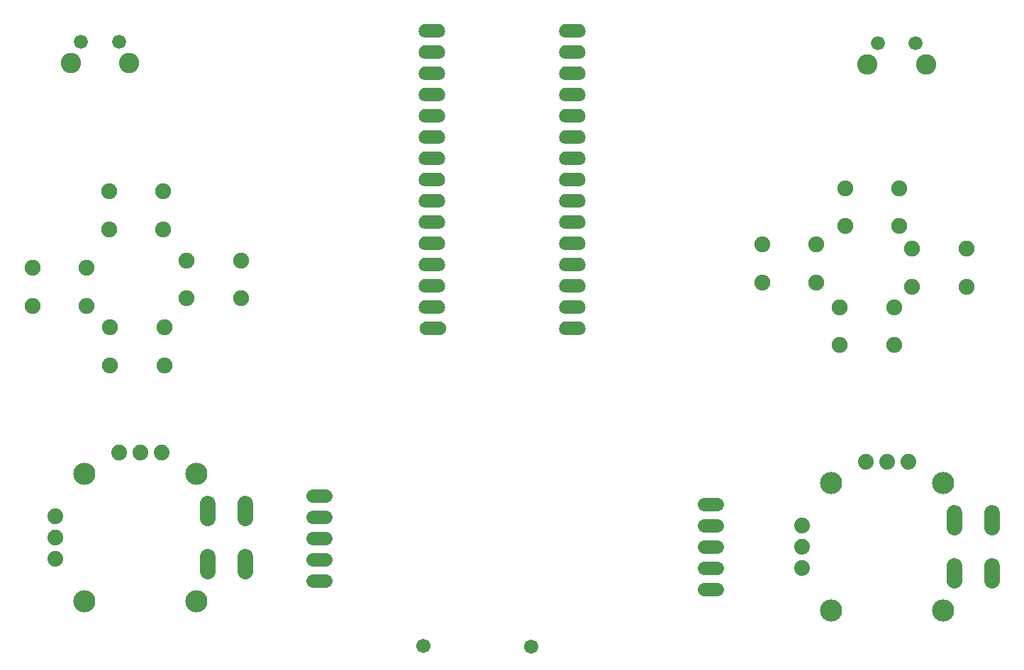
<source format=gbs>
G04 Layer: BottomSolderMaskLayer*
G04 EasyEDA v6.5.5, 2022-05-16 22:10:27*
G04 b8c07eb695134d75bee5dc6a5e37684e,a4ea12fd96744f7d9b8618c9b4952ea7,10*
G04 Gerber Generator version 0.2*
G04 Scale: 100 percent, Rotated: No, Reflected: No *
G04 Dimensions in millimeters *
G04 leading zeros omitted , absolute positions ,4 integer and 5 decimal *
%FSLAX45Y45*%
%MOMM*%

%ADD26C,1.6256*%
%ADD27C,1.8796*%
%ADD28C,1.9016*%
%ADD30C,2.6416*%
%ADD32C,1.6767*%
%ADD33C,2.4267*%
%ADD34C,1.7016*%

%LPD*%
D26*
X-406400Y-749300D02*
G01*
X-558800Y-749300D01*
X-406400Y-495300D02*
G01*
X-558800Y-495300D01*
X-406400Y-241300D02*
G01*
X-558800Y-241300D01*
X-406400Y12700D02*
G01*
X-558800Y12700D01*
X-406400Y266700D02*
G01*
X-558800Y266700D01*
X4267200Y-850900D02*
G01*
X4114800Y-850900D01*
X4267200Y-596900D02*
G01*
X4114800Y-596900D01*
X4267200Y-342900D02*
G01*
X4114800Y-342900D01*
X4267200Y-88900D02*
G01*
X4114800Y-88900D01*
X4267200Y165100D02*
G01*
X4114800Y165100D01*
D27*
X-1366113Y177800D02*
G01*
X-1366113Y0D01*
X-1366113Y-457200D02*
G01*
X-1366113Y-635000D01*
X-1816100Y177800D02*
G01*
X-1816100Y0D01*
X-1816100Y-457200D02*
G01*
X-1816100Y-635000D01*
X7549286Y63500D02*
G01*
X7549286Y-114300D01*
X7549286Y-571500D02*
G01*
X7549286Y-749300D01*
X7099300Y63500D02*
G01*
X7099300Y-114300D01*
X7099300Y-571500D02*
G01*
X7099300Y-749300D01*
D28*
G01*
X7246620Y2772155D03*
G01*
X7246620Y3222244D03*
G01*
X6596379Y2772155D03*
G01*
X6596379Y3222244D03*
G01*
X6383020Y2073655D03*
G01*
X6383020Y2523744D03*
G01*
X5732779Y2073655D03*
G01*
X5732779Y2523744D03*
G01*
X-2329179Y1832355D03*
G01*
X-2329179Y2282444D03*
G01*
X-2979420Y1832355D03*
G01*
X-2979420Y2282444D03*
G01*
X-3256279Y2543555D03*
G01*
X-3256279Y2993644D03*
G01*
X-3906520Y2543555D03*
G01*
X-3906520Y2993644D03*
G01*
X-1414779Y2632455D03*
G01*
X-1414779Y3082544D03*
G01*
X-2065020Y2632455D03*
G01*
X-2065020Y3082544D03*
G01*
X-2341879Y3457955D03*
G01*
X-2341879Y3908044D03*
G01*
X-2992120Y3457955D03*
G01*
X-2992120Y3908044D03*
G01*
X6446520Y3496055D03*
G01*
X6446520Y3946144D03*
G01*
X5796279Y3496055D03*
G01*
X5796279Y3946144D03*
G01*
X5455920Y2822955D03*
G01*
X5455920Y3273044D03*
G01*
X4805679Y2822955D03*
G01*
X4805679Y3273044D03*
D27*
G01*
X-3632200Y25400D03*
G01*
X-3632200Y-228600D03*
G01*
X-3632200Y-482600D03*
D30*
G01*
X-1949450Y533400D03*
G01*
X-3282950Y533400D03*
G01*
X-3282950Y-990600D03*
G01*
X-1949450Y-990600D03*
D27*
G01*
X-2362200Y787400D03*
G01*
X-2616200Y787400D03*
G01*
X-2870200Y787400D03*
G01*
X5283200Y-88900D03*
G01*
X5283200Y-342900D03*
G01*
X5283200Y-596900D03*
D30*
G01*
X6965950Y419100D03*
G01*
X5632450Y419100D03*
G01*
X5632450Y-1104900D03*
G01*
X6965950Y-1104900D03*
D27*
G01*
X6553200Y673100D03*
G01*
X6299200Y673100D03*
G01*
X6045200Y673100D03*
G36*
X2463545Y2192020D02*
G01*
X2453640Y2192781D01*
X2443479Y2194560D01*
X2433827Y2197607D01*
X2424684Y2202179D01*
X2416047Y2207513D01*
X2408174Y2214118D01*
X2401061Y2221484D01*
X2395220Y2229865D01*
X2390140Y2238755D01*
X2386584Y2248154D01*
X2384043Y2258060D01*
X2382774Y2268220D01*
X2382774Y2278379D01*
X2384043Y2288539D01*
X2386584Y2298445D01*
X2390140Y2307844D01*
X2395220Y2316987D01*
X2401061Y2325115D01*
X2408174Y2332481D01*
X2416047Y2339086D01*
X2424684Y2344420D01*
X2433827Y2348992D01*
X2443479Y2352039D01*
X2453640Y2354071D01*
X2463545Y2354579D01*
X2616454Y2354579D01*
X2626359Y2354071D01*
X2636520Y2352039D01*
X2646172Y2348992D01*
X2655315Y2344420D01*
X2663952Y2339086D01*
X2671825Y2332481D01*
X2678938Y2325115D01*
X2684779Y2316987D01*
X2689859Y2307844D01*
X2693415Y2298445D01*
X2695956Y2288539D01*
X2697225Y2278379D01*
X2697225Y2268220D01*
X2695956Y2258060D01*
X2693415Y2248154D01*
X2689859Y2238755D01*
X2684779Y2229865D01*
X2678938Y2221484D01*
X2671825Y2214118D01*
X2663952Y2207513D01*
X2655315Y2202179D01*
X2646172Y2197607D01*
X2636520Y2194560D01*
X2626359Y2192781D01*
X2616454Y2192020D01*
G37*
G36*
X2463545Y2446020D02*
G01*
X2453640Y2446781D01*
X2443479Y2448560D01*
X2433827Y2451607D01*
X2424684Y2456179D01*
X2416047Y2461513D01*
X2408174Y2468118D01*
X2401061Y2475484D01*
X2395220Y2483865D01*
X2390140Y2492755D01*
X2386584Y2502154D01*
X2384043Y2512060D01*
X2382774Y2522220D01*
X2382774Y2532379D01*
X2384043Y2542539D01*
X2386584Y2552445D01*
X2390140Y2561844D01*
X2395220Y2570987D01*
X2401061Y2579115D01*
X2408174Y2586481D01*
X2416047Y2593086D01*
X2424684Y2598420D01*
X2433827Y2602992D01*
X2443479Y2606039D01*
X2453640Y2608071D01*
X2463545Y2608579D01*
X2616454Y2608579D01*
X2626359Y2608071D01*
X2636520Y2606039D01*
X2646172Y2602992D01*
X2655315Y2598420D01*
X2663952Y2593086D01*
X2671825Y2586481D01*
X2678938Y2579115D01*
X2684779Y2570987D01*
X2689859Y2561844D01*
X2693415Y2552445D01*
X2695956Y2542539D01*
X2697225Y2532379D01*
X2697225Y2522220D01*
X2695956Y2512060D01*
X2693415Y2502154D01*
X2689859Y2492755D01*
X2684779Y2483865D01*
X2678938Y2475484D01*
X2671825Y2468118D01*
X2663952Y2461513D01*
X2655315Y2456179D01*
X2646172Y2451607D01*
X2636520Y2448560D01*
X2626359Y2446781D01*
X2616454Y2446020D01*
G37*
G36*
X2463545Y2700020D02*
G01*
X2453640Y2700781D01*
X2443479Y2702560D01*
X2433827Y2705607D01*
X2424684Y2710179D01*
X2416047Y2715513D01*
X2408174Y2722118D01*
X2401061Y2729484D01*
X2395220Y2737865D01*
X2390140Y2746755D01*
X2386584Y2756154D01*
X2384043Y2766060D01*
X2382774Y2776220D01*
X2382774Y2786379D01*
X2384043Y2796539D01*
X2386584Y2806445D01*
X2390140Y2815844D01*
X2395220Y2824987D01*
X2401061Y2833115D01*
X2408174Y2840481D01*
X2416047Y2847086D01*
X2424684Y2852420D01*
X2433827Y2856992D01*
X2443479Y2860039D01*
X2453640Y2862071D01*
X2463545Y2862579D01*
X2616454Y2862579D01*
X2626359Y2862071D01*
X2636520Y2860039D01*
X2646172Y2856992D01*
X2655315Y2852420D01*
X2663952Y2847086D01*
X2671825Y2840481D01*
X2678938Y2833115D01*
X2684779Y2824987D01*
X2689859Y2815844D01*
X2693415Y2806445D01*
X2695956Y2796539D01*
X2697225Y2786379D01*
X2697225Y2776220D01*
X2695956Y2766060D01*
X2693415Y2756154D01*
X2689859Y2746755D01*
X2684779Y2737865D01*
X2678938Y2729484D01*
X2671825Y2722118D01*
X2663952Y2715513D01*
X2655315Y2710179D01*
X2646172Y2705607D01*
X2636520Y2702560D01*
X2626359Y2700781D01*
X2616454Y2700020D01*
G37*
G36*
X2463545Y2954020D02*
G01*
X2453640Y2954781D01*
X2443479Y2956560D01*
X2433827Y2959607D01*
X2424684Y2964179D01*
X2416047Y2969513D01*
X2408174Y2976118D01*
X2401061Y2983484D01*
X2395220Y2991865D01*
X2390140Y3000755D01*
X2386584Y3010154D01*
X2384043Y3020060D01*
X2382774Y3030220D01*
X2382774Y3040379D01*
X2384043Y3050539D01*
X2386584Y3060445D01*
X2390140Y3069844D01*
X2395220Y3078987D01*
X2401061Y3087115D01*
X2408174Y3094481D01*
X2416047Y3101086D01*
X2424684Y3106420D01*
X2433827Y3110992D01*
X2443479Y3114039D01*
X2453640Y3116071D01*
X2463545Y3116579D01*
X2616454Y3116579D01*
X2626359Y3116071D01*
X2636520Y3114039D01*
X2646172Y3110992D01*
X2655315Y3106420D01*
X2663952Y3101086D01*
X2671825Y3094481D01*
X2678938Y3087115D01*
X2684779Y3078987D01*
X2689859Y3069844D01*
X2693415Y3060445D01*
X2695956Y3050539D01*
X2697225Y3040379D01*
X2697225Y3030220D01*
X2695956Y3020060D01*
X2693415Y3010154D01*
X2689859Y3000755D01*
X2684779Y2991865D01*
X2678938Y2983484D01*
X2671825Y2976118D01*
X2663952Y2969513D01*
X2655315Y2964179D01*
X2646172Y2959607D01*
X2636520Y2956560D01*
X2626359Y2954781D01*
X2616454Y2954020D01*
G37*
G36*
X2463545Y3208020D02*
G01*
X2453640Y3208781D01*
X2443479Y3210560D01*
X2433827Y3213607D01*
X2424684Y3218179D01*
X2416047Y3223513D01*
X2408174Y3230118D01*
X2401061Y3237484D01*
X2395220Y3245865D01*
X2390140Y3254755D01*
X2386584Y3264154D01*
X2384043Y3274060D01*
X2382774Y3284220D01*
X2382774Y3294379D01*
X2384043Y3304539D01*
X2386584Y3314445D01*
X2390140Y3323844D01*
X2395220Y3332987D01*
X2401061Y3341115D01*
X2408174Y3348481D01*
X2416047Y3355086D01*
X2424684Y3360420D01*
X2433827Y3364992D01*
X2443479Y3368039D01*
X2453640Y3370071D01*
X2463545Y3370579D01*
X2616454Y3370579D01*
X2626359Y3370071D01*
X2636520Y3368039D01*
X2646172Y3364992D01*
X2655315Y3360420D01*
X2663952Y3355086D01*
X2671825Y3348481D01*
X2678938Y3341115D01*
X2684779Y3332987D01*
X2689859Y3323844D01*
X2693415Y3314445D01*
X2695956Y3304539D01*
X2697225Y3294379D01*
X2697225Y3284220D01*
X2695956Y3274060D01*
X2693415Y3264154D01*
X2689859Y3254755D01*
X2684779Y3245865D01*
X2678938Y3237484D01*
X2671825Y3230118D01*
X2663952Y3223513D01*
X2655315Y3218179D01*
X2646172Y3213607D01*
X2636520Y3210560D01*
X2626359Y3208781D01*
X2616454Y3208020D01*
G37*
G36*
X2463545Y3462020D02*
G01*
X2453640Y3462781D01*
X2443479Y3464560D01*
X2433827Y3467607D01*
X2424684Y3472179D01*
X2416047Y3477513D01*
X2408174Y3484118D01*
X2401061Y3491484D01*
X2395220Y3499865D01*
X2390140Y3508755D01*
X2386584Y3518154D01*
X2384043Y3528060D01*
X2382774Y3538220D01*
X2382774Y3548379D01*
X2384043Y3558539D01*
X2386584Y3568445D01*
X2390140Y3577844D01*
X2395220Y3586987D01*
X2401061Y3595115D01*
X2408174Y3602481D01*
X2416047Y3609086D01*
X2424684Y3614420D01*
X2433827Y3618992D01*
X2443479Y3622039D01*
X2453640Y3624071D01*
X2463545Y3624579D01*
X2616454Y3624579D01*
X2626359Y3624071D01*
X2636520Y3622039D01*
X2646172Y3618992D01*
X2655315Y3614420D01*
X2663952Y3609086D01*
X2671825Y3602481D01*
X2678938Y3595115D01*
X2684779Y3586987D01*
X2689859Y3577844D01*
X2693415Y3568445D01*
X2695956Y3558539D01*
X2697225Y3548379D01*
X2697225Y3538220D01*
X2695956Y3528060D01*
X2693415Y3518154D01*
X2689859Y3508755D01*
X2684779Y3499865D01*
X2678938Y3491484D01*
X2671825Y3484118D01*
X2663952Y3477513D01*
X2655315Y3472179D01*
X2646172Y3467607D01*
X2636520Y3464560D01*
X2626359Y3462781D01*
X2616454Y3462020D01*
G37*
G36*
X2463545Y3970020D02*
G01*
X2453640Y3970781D01*
X2443479Y3972560D01*
X2433827Y3975607D01*
X2424684Y3980179D01*
X2416047Y3985513D01*
X2408174Y3992118D01*
X2401061Y3999484D01*
X2395220Y4007865D01*
X2390140Y4016755D01*
X2386584Y4026154D01*
X2384043Y4036060D01*
X2382774Y4046220D01*
X2382774Y4056379D01*
X2384043Y4066539D01*
X2386584Y4076445D01*
X2390140Y4085844D01*
X2395220Y4094987D01*
X2401061Y4103115D01*
X2408174Y4110481D01*
X2416047Y4117086D01*
X2424684Y4122420D01*
X2433827Y4126992D01*
X2443479Y4130039D01*
X2453640Y4132071D01*
X2463545Y4132579D01*
X2616454Y4132579D01*
X2626359Y4132071D01*
X2636520Y4130039D01*
X2646172Y4126992D01*
X2655315Y4122420D01*
X2663952Y4117086D01*
X2671825Y4110481D01*
X2678938Y4103115D01*
X2684779Y4094987D01*
X2689859Y4085844D01*
X2693415Y4076445D01*
X2695956Y4066539D01*
X2697225Y4056379D01*
X2697225Y4046220D01*
X2695956Y4036060D01*
X2693415Y4026154D01*
X2689859Y4016755D01*
X2684779Y4007865D01*
X2678938Y3999484D01*
X2671825Y3992118D01*
X2663952Y3985513D01*
X2655315Y3980179D01*
X2646172Y3975607D01*
X2636520Y3972560D01*
X2626359Y3970781D01*
X2616454Y3970020D01*
G37*
G36*
X2463545Y4224020D02*
G01*
X2453640Y4224781D01*
X2443479Y4226560D01*
X2433827Y4229607D01*
X2424684Y4234179D01*
X2416047Y4239513D01*
X2408174Y4246118D01*
X2401061Y4253484D01*
X2395220Y4261865D01*
X2390140Y4270755D01*
X2386584Y4280154D01*
X2384043Y4290060D01*
X2382774Y4300220D01*
X2382774Y4310379D01*
X2384043Y4320539D01*
X2386584Y4330445D01*
X2390140Y4339844D01*
X2395220Y4348987D01*
X2401061Y4357115D01*
X2408174Y4364481D01*
X2416047Y4371086D01*
X2424684Y4376420D01*
X2433827Y4380992D01*
X2443479Y4384039D01*
X2453640Y4385818D01*
X2463545Y4386579D01*
X2616454Y4386579D01*
X2626359Y4385818D01*
X2636520Y4384039D01*
X2646172Y4380992D01*
X2655315Y4376420D01*
X2663952Y4371086D01*
X2671825Y4364481D01*
X2678938Y4357115D01*
X2684779Y4348987D01*
X2689859Y4339844D01*
X2693415Y4330445D01*
X2695956Y4320539D01*
X2697225Y4310379D01*
X2697225Y4300220D01*
X2695956Y4290060D01*
X2693415Y4280154D01*
X2689859Y4270755D01*
X2684779Y4261865D01*
X2678938Y4253484D01*
X2671825Y4246118D01*
X2663952Y4239513D01*
X2655315Y4234179D01*
X2646172Y4229607D01*
X2636520Y4226560D01*
X2626359Y4224781D01*
X2616454Y4224020D01*
G37*
G36*
X2463545Y4478020D02*
G01*
X2453640Y4478781D01*
X2443479Y4480560D01*
X2433827Y4483607D01*
X2424684Y4488179D01*
X2416047Y4493513D01*
X2408174Y4500118D01*
X2401061Y4507484D01*
X2395220Y4515865D01*
X2390140Y4524755D01*
X2386584Y4534154D01*
X2384043Y4544060D01*
X2382774Y4554220D01*
X2382774Y4564379D01*
X2384043Y4574539D01*
X2386584Y4584445D01*
X2390140Y4593844D01*
X2395220Y4602987D01*
X2401061Y4611115D01*
X2408174Y4618481D01*
X2416047Y4625086D01*
X2424684Y4630420D01*
X2433827Y4634992D01*
X2443479Y4638039D01*
X2453640Y4639818D01*
X2463545Y4640579D01*
X2616454Y4640579D01*
X2626359Y4639818D01*
X2636520Y4638039D01*
X2646172Y4634992D01*
X2655315Y4630420D01*
X2663952Y4625086D01*
X2671825Y4618481D01*
X2678938Y4611115D01*
X2684779Y4602987D01*
X2689859Y4593844D01*
X2693415Y4584445D01*
X2695956Y4574539D01*
X2697225Y4564379D01*
X2697225Y4554220D01*
X2695956Y4544060D01*
X2693415Y4534154D01*
X2689859Y4524755D01*
X2684779Y4515865D01*
X2678938Y4507484D01*
X2671825Y4500118D01*
X2663952Y4493513D01*
X2655315Y4488179D01*
X2646172Y4483607D01*
X2636520Y4480560D01*
X2626359Y4478781D01*
X2616454Y4478020D01*
G37*
G36*
X2463545Y4732020D02*
G01*
X2453640Y4732781D01*
X2443479Y4734560D01*
X2433827Y4737607D01*
X2424684Y4742179D01*
X2416047Y4747513D01*
X2408174Y4754118D01*
X2401061Y4761484D01*
X2395220Y4769865D01*
X2390140Y4778755D01*
X2386584Y4788154D01*
X2384043Y4798060D01*
X2382774Y4808220D01*
X2382774Y4818379D01*
X2384043Y4828539D01*
X2386584Y4838445D01*
X2390140Y4847844D01*
X2395220Y4856987D01*
X2401061Y4865115D01*
X2408174Y4872481D01*
X2416047Y4879086D01*
X2424684Y4884420D01*
X2433827Y4888992D01*
X2443479Y4892039D01*
X2453640Y4893818D01*
X2463545Y4894579D01*
X2616454Y4894579D01*
X2626359Y4893818D01*
X2636520Y4892039D01*
X2646172Y4888992D01*
X2655315Y4884420D01*
X2663952Y4879086D01*
X2671825Y4872481D01*
X2678938Y4865115D01*
X2684779Y4856987D01*
X2689859Y4847844D01*
X2693415Y4838445D01*
X2695956Y4828539D01*
X2697225Y4818379D01*
X2697225Y4808220D01*
X2695956Y4798060D01*
X2693415Y4788154D01*
X2689859Y4778755D01*
X2684779Y4769865D01*
X2678938Y4761484D01*
X2671825Y4754118D01*
X2663952Y4747513D01*
X2655315Y4742179D01*
X2646172Y4737607D01*
X2636520Y4734560D01*
X2626359Y4732781D01*
X2616454Y4732020D01*
G37*
G36*
X2463545Y4986020D02*
G01*
X2453640Y4986781D01*
X2443479Y4988560D01*
X2433827Y4991607D01*
X2424684Y4996179D01*
X2416047Y5001513D01*
X2408174Y5008118D01*
X2401061Y5015484D01*
X2395220Y5023865D01*
X2390140Y5032755D01*
X2386584Y5042154D01*
X2384043Y5052060D01*
X2382774Y5062220D01*
X2382774Y5072379D01*
X2384043Y5082539D01*
X2386584Y5092445D01*
X2390140Y5101844D01*
X2395220Y5110987D01*
X2401061Y5119115D01*
X2408174Y5126481D01*
X2416047Y5133086D01*
X2424684Y5138420D01*
X2433827Y5142992D01*
X2443479Y5146039D01*
X2453640Y5147818D01*
X2463545Y5148579D01*
X2616454Y5148579D01*
X2626359Y5147818D01*
X2636520Y5146039D01*
X2646172Y5142992D01*
X2655315Y5138420D01*
X2663952Y5133086D01*
X2671825Y5126481D01*
X2678938Y5119115D01*
X2684779Y5110987D01*
X2689859Y5101844D01*
X2693415Y5092445D01*
X2695956Y5082539D01*
X2697225Y5072379D01*
X2697225Y5062220D01*
X2695956Y5052060D01*
X2693415Y5042154D01*
X2689859Y5032755D01*
X2684779Y5023865D01*
X2678938Y5015484D01*
X2671825Y5008118D01*
X2663952Y5001513D01*
X2655315Y4996179D01*
X2646172Y4991607D01*
X2636520Y4988560D01*
X2626359Y4986781D01*
X2616454Y4986020D01*
G37*
G36*
X2463545Y5240020D02*
G01*
X2453640Y5240781D01*
X2443479Y5242560D01*
X2433827Y5245607D01*
X2424684Y5250179D01*
X2416047Y5255513D01*
X2408174Y5262118D01*
X2401061Y5269484D01*
X2395220Y5277865D01*
X2390140Y5286755D01*
X2386584Y5296154D01*
X2384043Y5306060D01*
X2382774Y5316220D01*
X2382774Y5326379D01*
X2384043Y5336539D01*
X2386584Y5346445D01*
X2390140Y5355844D01*
X2395220Y5364987D01*
X2401061Y5373115D01*
X2408174Y5380481D01*
X2416047Y5387086D01*
X2424684Y5392420D01*
X2433827Y5396992D01*
X2443479Y5400039D01*
X2453640Y5401818D01*
X2463545Y5402579D01*
X2616454Y5402579D01*
X2626359Y5401818D01*
X2636520Y5400039D01*
X2646172Y5396992D01*
X2655315Y5392420D01*
X2663952Y5387086D01*
X2671825Y5380481D01*
X2678938Y5373115D01*
X2684779Y5364987D01*
X2689859Y5355844D01*
X2693415Y5346445D01*
X2695956Y5336539D01*
X2697225Y5326379D01*
X2697225Y5316220D01*
X2695956Y5306060D01*
X2693415Y5296154D01*
X2689859Y5286755D01*
X2684779Y5277865D01*
X2678938Y5269484D01*
X2671825Y5262118D01*
X2663952Y5255513D01*
X2655315Y5250179D01*
X2646172Y5245607D01*
X2636520Y5242560D01*
X2626359Y5240781D01*
X2616454Y5240020D01*
G37*
G36*
X2463545Y5494020D02*
G01*
X2453640Y5494781D01*
X2443479Y5496560D01*
X2433827Y5499607D01*
X2424684Y5504179D01*
X2416047Y5509513D01*
X2408174Y5516118D01*
X2401061Y5523484D01*
X2395220Y5531865D01*
X2390140Y5540755D01*
X2386584Y5550154D01*
X2384043Y5560060D01*
X2382774Y5570220D01*
X2382774Y5580379D01*
X2384043Y5590539D01*
X2386584Y5600445D01*
X2390140Y5609844D01*
X2395220Y5618987D01*
X2401061Y5627115D01*
X2408174Y5634481D01*
X2416047Y5641086D01*
X2424684Y5646420D01*
X2433827Y5650992D01*
X2443479Y5654039D01*
X2453640Y5655818D01*
X2463545Y5656579D01*
X2616454Y5656579D01*
X2626359Y5655818D01*
X2636520Y5654039D01*
X2646172Y5650992D01*
X2655315Y5646420D01*
X2663952Y5641086D01*
X2671825Y5634481D01*
X2678938Y5627115D01*
X2684779Y5618987D01*
X2689859Y5609844D01*
X2693415Y5600445D01*
X2695956Y5590539D01*
X2697225Y5580379D01*
X2697225Y5570220D01*
X2695956Y5560060D01*
X2693415Y5550154D01*
X2689859Y5540755D01*
X2684779Y5531865D01*
X2678938Y5523484D01*
X2671825Y5516118D01*
X2663952Y5509513D01*
X2655315Y5504179D01*
X2646172Y5499607D01*
X2636520Y5496560D01*
X2626359Y5494781D01*
X2616454Y5494020D01*
G37*
G36*
X2463545Y5748020D02*
G01*
X2453640Y5748781D01*
X2443479Y5750560D01*
X2433827Y5753607D01*
X2424684Y5758179D01*
X2416047Y5763513D01*
X2408174Y5770118D01*
X2401061Y5777484D01*
X2395220Y5785865D01*
X2390140Y5794755D01*
X2386584Y5804154D01*
X2384043Y5814060D01*
X2382774Y5824220D01*
X2382774Y5834379D01*
X2384043Y5844539D01*
X2386584Y5854445D01*
X2390140Y5863844D01*
X2395220Y5872987D01*
X2401061Y5881115D01*
X2408174Y5888481D01*
X2416047Y5895086D01*
X2424684Y5900420D01*
X2433827Y5904992D01*
X2443479Y5908039D01*
X2453640Y5909818D01*
X2463545Y5910579D01*
X2616454Y5910579D01*
X2626359Y5909818D01*
X2636520Y5908039D01*
X2646172Y5904992D01*
X2655315Y5900420D01*
X2663952Y5895086D01*
X2671825Y5888481D01*
X2678938Y5881115D01*
X2684779Y5872987D01*
X2689859Y5863844D01*
X2693415Y5854445D01*
X2695956Y5844539D01*
X2697225Y5834379D01*
X2697225Y5824220D01*
X2695956Y5814060D01*
X2693415Y5804154D01*
X2689859Y5794755D01*
X2684779Y5785865D01*
X2678938Y5777484D01*
X2671825Y5770118D01*
X2663952Y5763513D01*
X2655315Y5758179D01*
X2646172Y5753607D01*
X2636520Y5750560D01*
X2626359Y5748781D01*
X2616454Y5748020D01*
G37*
G36*
X787145Y5748020D02*
G01*
X777240Y5748781D01*
X767079Y5750560D01*
X757427Y5753607D01*
X748284Y5758179D01*
X739647Y5763513D01*
X731774Y5770118D01*
X724661Y5777484D01*
X718820Y5785865D01*
X713740Y5794755D01*
X710184Y5804154D01*
X707643Y5814060D01*
X706374Y5824220D01*
X706374Y5834379D01*
X707643Y5844539D01*
X710184Y5854445D01*
X713740Y5863844D01*
X718820Y5872987D01*
X724661Y5881115D01*
X731774Y5888481D01*
X739647Y5895086D01*
X748284Y5900420D01*
X757427Y5904992D01*
X767079Y5908039D01*
X777240Y5909818D01*
X787145Y5910579D01*
X940054Y5910579D01*
X949959Y5909818D01*
X960120Y5908039D01*
X969772Y5904992D01*
X978915Y5900420D01*
X987552Y5895086D01*
X995425Y5888481D01*
X1002538Y5881115D01*
X1008379Y5872987D01*
X1013459Y5863844D01*
X1017015Y5854445D01*
X1019556Y5844539D01*
X1020825Y5834379D01*
X1020825Y5824220D01*
X1019556Y5814060D01*
X1017015Y5804154D01*
X1013459Y5794755D01*
X1008379Y5785865D01*
X1002538Y5777484D01*
X995425Y5770118D01*
X987552Y5763513D01*
X978915Y5758179D01*
X969772Y5753607D01*
X960120Y5750560D01*
X949959Y5748781D01*
X940054Y5748020D01*
G37*
G36*
X787145Y5494020D02*
G01*
X777240Y5494781D01*
X767079Y5496560D01*
X757427Y5499607D01*
X748284Y5504179D01*
X739647Y5509513D01*
X731774Y5516118D01*
X724661Y5523484D01*
X718820Y5531865D01*
X713740Y5540755D01*
X710184Y5550154D01*
X707643Y5560060D01*
X706374Y5570220D01*
X706374Y5580379D01*
X707643Y5590539D01*
X710184Y5600445D01*
X713740Y5609844D01*
X718820Y5618987D01*
X724661Y5627115D01*
X731774Y5634481D01*
X739647Y5641086D01*
X748284Y5646420D01*
X757427Y5650992D01*
X767079Y5654039D01*
X777240Y5655818D01*
X787145Y5656579D01*
X940054Y5656579D01*
X949959Y5655818D01*
X960120Y5654039D01*
X969772Y5650992D01*
X978915Y5646420D01*
X987552Y5641086D01*
X995425Y5634481D01*
X1002538Y5627115D01*
X1008379Y5618987D01*
X1013459Y5609844D01*
X1017015Y5600445D01*
X1019556Y5590539D01*
X1020825Y5580379D01*
X1020825Y5570220D01*
X1019556Y5560060D01*
X1017015Y5550154D01*
X1013459Y5540755D01*
X1008379Y5531865D01*
X1002538Y5523484D01*
X995425Y5516118D01*
X987552Y5509513D01*
X978915Y5504179D01*
X969772Y5499607D01*
X960120Y5496560D01*
X949959Y5494781D01*
X940054Y5494020D01*
G37*
G36*
X787145Y5240020D02*
G01*
X777240Y5240781D01*
X767079Y5242560D01*
X757427Y5245607D01*
X748284Y5250179D01*
X739647Y5255513D01*
X731774Y5262118D01*
X724661Y5269484D01*
X718820Y5277865D01*
X713740Y5286755D01*
X710184Y5296154D01*
X707643Y5306060D01*
X706374Y5316220D01*
X706374Y5326379D01*
X707643Y5336539D01*
X710184Y5346445D01*
X713740Y5355844D01*
X718820Y5364987D01*
X724661Y5373115D01*
X731774Y5380481D01*
X739647Y5387086D01*
X748284Y5392420D01*
X757427Y5396992D01*
X767079Y5400039D01*
X777240Y5401818D01*
X787145Y5402579D01*
X940054Y5402579D01*
X949959Y5401818D01*
X960120Y5400039D01*
X969772Y5396992D01*
X978915Y5392420D01*
X987552Y5387086D01*
X995425Y5380481D01*
X1002538Y5373115D01*
X1008379Y5364987D01*
X1013459Y5355844D01*
X1017015Y5346445D01*
X1019556Y5336539D01*
X1020825Y5326379D01*
X1020825Y5316220D01*
X1019556Y5306060D01*
X1017015Y5296154D01*
X1013459Y5286755D01*
X1008379Y5277865D01*
X1002538Y5269484D01*
X995425Y5262118D01*
X987552Y5255513D01*
X978915Y5250179D01*
X969772Y5245607D01*
X960120Y5242560D01*
X949959Y5240781D01*
X940054Y5240020D01*
G37*
G36*
X787145Y4986020D02*
G01*
X777240Y4986781D01*
X767079Y4988560D01*
X757427Y4991607D01*
X748284Y4996179D01*
X739647Y5001513D01*
X731774Y5008118D01*
X724661Y5015484D01*
X718820Y5023865D01*
X713740Y5032755D01*
X710184Y5042154D01*
X707643Y5052060D01*
X706374Y5062220D01*
X706374Y5072379D01*
X707643Y5082539D01*
X710184Y5092445D01*
X713740Y5101844D01*
X718820Y5110987D01*
X724661Y5119115D01*
X731774Y5126481D01*
X739647Y5133086D01*
X748284Y5138420D01*
X757427Y5142992D01*
X767079Y5146039D01*
X777240Y5147818D01*
X787145Y5148579D01*
X940054Y5148579D01*
X949959Y5147818D01*
X960120Y5146039D01*
X969772Y5142992D01*
X978915Y5138420D01*
X987552Y5133086D01*
X995425Y5126481D01*
X1002538Y5119115D01*
X1008379Y5110987D01*
X1013459Y5101844D01*
X1017015Y5092445D01*
X1019556Y5082539D01*
X1020825Y5072379D01*
X1020825Y5062220D01*
X1019556Y5052060D01*
X1017015Y5042154D01*
X1013459Y5032755D01*
X1008379Y5023865D01*
X1002538Y5015484D01*
X995425Y5008118D01*
X987552Y5001513D01*
X978915Y4996179D01*
X969772Y4991607D01*
X960120Y4988560D01*
X949959Y4986781D01*
X940054Y4986020D01*
G37*
G36*
X787145Y4732020D02*
G01*
X777240Y4732781D01*
X767079Y4734560D01*
X757427Y4737607D01*
X748284Y4742179D01*
X739647Y4747513D01*
X731774Y4754118D01*
X724661Y4761484D01*
X718820Y4769865D01*
X713740Y4778755D01*
X710184Y4788154D01*
X707643Y4798060D01*
X706374Y4808220D01*
X706374Y4818379D01*
X707643Y4828539D01*
X710184Y4838445D01*
X713740Y4847844D01*
X718820Y4856987D01*
X724661Y4865115D01*
X731774Y4872481D01*
X739647Y4879086D01*
X748284Y4884420D01*
X757427Y4888992D01*
X767079Y4892039D01*
X777240Y4893818D01*
X787145Y4894579D01*
X940054Y4894579D01*
X949959Y4893818D01*
X960120Y4892039D01*
X969772Y4888992D01*
X978915Y4884420D01*
X987552Y4879086D01*
X995425Y4872481D01*
X1002538Y4865115D01*
X1008379Y4856987D01*
X1013459Y4847844D01*
X1017015Y4838445D01*
X1019556Y4828539D01*
X1020825Y4818379D01*
X1020825Y4808220D01*
X1019556Y4798060D01*
X1017015Y4788154D01*
X1013459Y4778755D01*
X1008379Y4769865D01*
X1002538Y4761484D01*
X995425Y4754118D01*
X987552Y4747513D01*
X978915Y4742179D01*
X969772Y4737607D01*
X960120Y4734560D01*
X949959Y4732781D01*
X940054Y4732020D01*
G37*
G36*
X787145Y4478020D02*
G01*
X777240Y4478781D01*
X767079Y4480560D01*
X757427Y4483607D01*
X748284Y4488179D01*
X739647Y4493513D01*
X731774Y4500118D01*
X724661Y4507484D01*
X718820Y4515865D01*
X713740Y4524755D01*
X710184Y4534154D01*
X707643Y4544060D01*
X706374Y4554220D01*
X706374Y4564379D01*
X707643Y4574539D01*
X710184Y4584445D01*
X713740Y4593844D01*
X718820Y4602987D01*
X724661Y4611115D01*
X731774Y4618481D01*
X739647Y4625086D01*
X748284Y4630420D01*
X757427Y4634992D01*
X767079Y4638039D01*
X777240Y4639818D01*
X787145Y4640579D01*
X940054Y4640579D01*
X949959Y4639818D01*
X960120Y4638039D01*
X969772Y4634992D01*
X978915Y4630420D01*
X987552Y4625086D01*
X995425Y4618481D01*
X1002538Y4611115D01*
X1008379Y4602987D01*
X1013459Y4593844D01*
X1017015Y4584445D01*
X1019556Y4574539D01*
X1020825Y4564379D01*
X1020825Y4554220D01*
X1019556Y4544060D01*
X1017015Y4534154D01*
X1013459Y4524755D01*
X1008379Y4515865D01*
X1002538Y4507484D01*
X995425Y4500118D01*
X987552Y4493513D01*
X978915Y4488179D01*
X969772Y4483607D01*
X960120Y4480560D01*
X949959Y4478781D01*
X940054Y4478020D01*
G37*
G36*
X787145Y4224020D02*
G01*
X777240Y4224781D01*
X767079Y4226560D01*
X757427Y4229607D01*
X748284Y4234179D01*
X739647Y4239513D01*
X731774Y4246118D01*
X724661Y4253484D01*
X718820Y4261865D01*
X713740Y4270755D01*
X710184Y4280154D01*
X707643Y4290060D01*
X706374Y4300220D01*
X706374Y4310379D01*
X707643Y4320539D01*
X710184Y4330445D01*
X713740Y4339844D01*
X718820Y4348987D01*
X724661Y4357115D01*
X731774Y4364481D01*
X739647Y4371086D01*
X748284Y4376420D01*
X757427Y4380992D01*
X767079Y4384039D01*
X777240Y4385818D01*
X787145Y4386579D01*
X940054Y4386579D01*
X949959Y4385818D01*
X960120Y4384039D01*
X969772Y4380992D01*
X978915Y4376420D01*
X987552Y4371086D01*
X995425Y4364481D01*
X1002538Y4357115D01*
X1008379Y4348987D01*
X1013459Y4339844D01*
X1017015Y4330445D01*
X1019556Y4320539D01*
X1020825Y4310379D01*
X1020825Y4300220D01*
X1019556Y4290060D01*
X1017015Y4280154D01*
X1013459Y4270755D01*
X1008379Y4261865D01*
X1002538Y4253484D01*
X995425Y4246118D01*
X987552Y4239513D01*
X978915Y4234179D01*
X969772Y4229607D01*
X960120Y4226560D01*
X949959Y4224781D01*
X940054Y4224020D01*
G37*
G36*
X787145Y3970020D02*
G01*
X777240Y3970781D01*
X767079Y3972560D01*
X757427Y3975607D01*
X748284Y3980179D01*
X739647Y3985513D01*
X731774Y3992118D01*
X724661Y3999484D01*
X718820Y4007865D01*
X713740Y4016755D01*
X710184Y4026154D01*
X707643Y4036060D01*
X706374Y4046220D01*
X706374Y4056379D01*
X707643Y4066539D01*
X710184Y4076445D01*
X713740Y4085844D01*
X718820Y4094987D01*
X724661Y4103115D01*
X731774Y4110481D01*
X739647Y4117086D01*
X748284Y4122420D01*
X757427Y4126992D01*
X767079Y4130039D01*
X777240Y4132071D01*
X787145Y4132579D01*
X940054Y4132579D01*
X949959Y4132071D01*
X960120Y4130039D01*
X969772Y4126992D01*
X978915Y4122420D01*
X987552Y4117086D01*
X995425Y4110481D01*
X1002538Y4103115D01*
X1008379Y4094987D01*
X1013459Y4085844D01*
X1017015Y4076445D01*
X1019556Y4066539D01*
X1020825Y4056379D01*
X1020825Y4046220D01*
X1019556Y4036060D01*
X1017015Y4026154D01*
X1013459Y4016755D01*
X1008379Y4007865D01*
X1002538Y3999484D01*
X995425Y3992118D01*
X987552Y3985513D01*
X978915Y3980179D01*
X969772Y3975607D01*
X960120Y3972560D01*
X949959Y3970781D01*
X940054Y3970020D01*
G37*
G36*
X787145Y3716020D02*
G01*
X777240Y3716781D01*
X767079Y3718560D01*
X757427Y3721607D01*
X748284Y3726179D01*
X739647Y3731513D01*
X731774Y3738118D01*
X724661Y3745484D01*
X718820Y3753865D01*
X713740Y3762755D01*
X710184Y3772154D01*
X707643Y3782060D01*
X706374Y3792220D01*
X706374Y3802379D01*
X707643Y3812539D01*
X710184Y3822445D01*
X713740Y3831844D01*
X718820Y3840987D01*
X724661Y3849115D01*
X731774Y3856481D01*
X739647Y3863086D01*
X748284Y3868420D01*
X757427Y3872992D01*
X767079Y3876039D01*
X777240Y3878071D01*
X787145Y3878579D01*
X940054Y3878579D01*
X949959Y3878071D01*
X960120Y3876039D01*
X969772Y3872992D01*
X978915Y3868420D01*
X987552Y3863086D01*
X995425Y3856481D01*
X1002538Y3849115D01*
X1008379Y3840987D01*
X1013459Y3831844D01*
X1017015Y3822445D01*
X1019556Y3812539D01*
X1020825Y3802379D01*
X1020825Y3792220D01*
X1019556Y3782060D01*
X1017015Y3772154D01*
X1013459Y3762755D01*
X1008379Y3753865D01*
X1002538Y3745484D01*
X995425Y3738118D01*
X987552Y3731513D01*
X978915Y3726179D01*
X969772Y3721607D01*
X960120Y3718560D01*
X949959Y3716781D01*
X940054Y3716020D01*
G37*
G36*
X787145Y3462020D02*
G01*
X777240Y3462781D01*
X767079Y3464560D01*
X757427Y3467607D01*
X748284Y3472179D01*
X739647Y3477513D01*
X731774Y3484118D01*
X724661Y3491484D01*
X718820Y3499865D01*
X713740Y3508755D01*
X710184Y3518154D01*
X707643Y3528060D01*
X706374Y3538220D01*
X706374Y3548379D01*
X707643Y3558539D01*
X710184Y3568445D01*
X713740Y3577844D01*
X718820Y3586987D01*
X724661Y3595115D01*
X731774Y3602481D01*
X739647Y3609086D01*
X748284Y3614420D01*
X757427Y3618992D01*
X767079Y3622039D01*
X777240Y3624071D01*
X787145Y3624579D01*
X940054Y3624579D01*
X949959Y3624071D01*
X960120Y3622039D01*
X969772Y3618992D01*
X978915Y3614420D01*
X987552Y3609086D01*
X995425Y3602481D01*
X1002538Y3595115D01*
X1008379Y3586987D01*
X1013459Y3577844D01*
X1017015Y3568445D01*
X1019556Y3558539D01*
X1020825Y3548379D01*
X1020825Y3538220D01*
X1019556Y3528060D01*
X1017015Y3518154D01*
X1013459Y3508755D01*
X1008379Y3499865D01*
X1002538Y3491484D01*
X995425Y3484118D01*
X987552Y3477513D01*
X978915Y3472179D01*
X969772Y3467607D01*
X960120Y3464560D01*
X949959Y3462781D01*
X940054Y3462020D01*
G37*
G36*
X787145Y3208020D02*
G01*
X777240Y3208781D01*
X767079Y3210560D01*
X757427Y3213607D01*
X748284Y3218179D01*
X739647Y3223513D01*
X731774Y3230118D01*
X724661Y3237484D01*
X718820Y3245865D01*
X713740Y3254755D01*
X710184Y3264154D01*
X707643Y3274060D01*
X706374Y3284220D01*
X706374Y3294379D01*
X707643Y3304539D01*
X710184Y3314445D01*
X713740Y3323844D01*
X718820Y3332987D01*
X724661Y3341115D01*
X731774Y3348481D01*
X739647Y3355086D01*
X748284Y3360420D01*
X757427Y3364992D01*
X767079Y3368039D01*
X777240Y3370071D01*
X787145Y3370579D01*
X940054Y3370579D01*
X949959Y3370071D01*
X960120Y3368039D01*
X969772Y3364992D01*
X978915Y3360420D01*
X987552Y3355086D01*
X995425Y3348481D01*
X1002538Y3341115D01*
X1008379Y3332987D01*
X1013459Y3323844D01*
X1017015Y3314445D01*
X1019556Y3304539D01*
X1020825Y3294379D01*
X1020825Y3284220D01*
X1019556Y3274060D01*
X1017015Y3264154D01*
X1013459Y3254755D01*
X1008379Y3245865D01*
X1002538Y3237484D01*
X995425Y3230118D01*
X987552Y3223513D01*
X978915Y3218179D01*
X969772Y3213607D01*
X960120Y3210560D01*
X949959Y3208781D01*
X940054Y3208020D01*
G37*
G36*
X787145Y2954020D02*
G01*
X777240Y2954781D01*
X767079Y2956560D01*
X757427Y2959607D01*
X748284Y2964179D01*
X739647Y2969513D01*
X731774Y2976118D01*
X724661Y2983484D01*
X718820Y2991865D01*
X713740Y3000755D01*
X710184Y3010154D01*
X707643Y3020060D01*
X706374Y3030220D01*
X706374Y3040379D01*
X707643Y3050539D01*
X710184Y3060445D01*
X713740Y3069844D01*
X718820Y3078987D01*
X724661Y3087115D01*
X731774Y3094481D01*
X739647Y3101086D01*
X748284Y3106420D01*
X757427Y3110992D01*
X767079Y3114039D01*
X777240Y3116071D01*
X787145Y3116579D01*
X940054Y3116579D01*
X949959Y3116071D01*
X960120Y3114039D01*
X969772Y3110992D01*
X978915Y3106420D01*
X987552Y3101086D01*
X995425Y3094481D01*
X1002538Y3087115D01*
X1008379Y3078987D01*
X1013459Y3069844D01*
X1017015Y3060445D01*
X1019556Y3050539D01*
X1020825Y3040379D01*
X1020825Y3030220D01*
X1019556Y3020060D01*
X1017015Y3010154D01*
X1013459Y3000755D01*
X1008379Y2991865D01*
X1002538Y2983484D01*
X995425Y2976118D01*
X987552Y2969513D01*
X978915Y2964179D01*
X969772Y2959607D01*
X960120Y2956560D01*
X949959Y2954781D01*
X940054Y2954020D01*
G37*
G36*
X787145Y2700020D02*
G01*
X777240Y2700781D01*
X767079Y2702560D01*
X757427Y2705607D01*
X748284Y2710179D01*
X739647Y2715513D01*
X731774Y2722118D01*
X724661Y2729484D01*
X718820Y2737865D01*
X713740Y2746755D01*
X710184Y2756154D01*
X707643Y2766060D01*
X706374Y2776220D01*
X706374Y2786379D01*
X707643Y2796539D01*
X710184Y2806445D01*
X713740Y2815844D01*
X718820Y2824987D01*
X724661Y2833115D01*
X731774Y2840481D01*
X739647Y2847086D01*
X748284Y2852420D01*
X757427Y2856992D01*
X767079Y2860039D01*
X777240Y2862071D01*
X787145Y2862579D01*
X940054Y2862579D01*
X949959Y2862071D01*
X960120Y2860039D01*
X969772Y2856992D01*
X978915Y2852420D01*
X987552Y2847086D01*
X995425Y2840481D01*
X1002538Y2833115D01*
X1008379Y2824987D01*
X1013459Y2815844D01*
X1017015Y2806445D01*
X1019556Y2796539D01*
X1020825Y2786379D01*
X1020825Y2776220D01*
X1019556Y2766060D01*
X1017015Y2756154D01*
X1013459Y2746755D01*
X1008379Y2737865D01*
X1002538Y2729484D01*
X995425Y2722118D01*
X987552Y2715513D01*
X978915Y2710179D01*
X969772Y2705607D01*
X960120Y2702560D01*
X949959Y2700781D01*
X940054Y2700020D01*
G37*
G36*
X787145Y2446020D02*
G01*
X777240Y2446781D01*
X767079Y2448560D01*
X757427Y2451607D01*
X748284Y2456179D01*
X739647Y2461513D01*
X731774Y2468118D01*
X724661Y2475484D01*
X718820Y2483865D01*
X713740Y2492755D01*
X710184Y2502154D01*
X707643Y2512060D01*
X706374Y2522220D01*
X706374Y2532379D01*
X707643Y2542539D01*
X710184Y2552445D01*
X713740Y2561844D01*
X718820Y2570987D01*
X724661Y2579115D01*
X731774Y2586481D01*
X739647Y2593086D01*
X748284Y2598420D01*
X757427Y2602992D01*
X767079Y2606039D01*
X777240Y2608071D01*
X787145Y2608579D01*
X940054Y2608579D01*
X949959Y2608071D01*
X960120Y2606039D01*
X969772Y2602992D01*
X978915Y2598420D01*
X987552Y2593086D01*
X995425Y2586481D01*
X1002538Y2579115D01*
X1008379Y2570987D01*
X1013459Y2561844D01*
X1017015Y2552445D01*
X1019556Y2542539D01*
X1020825Y2532379D01*
X1020825Y2522220D01*
X1019556Y2512060D01*
X1017015Y2502154D01*
X1013459Y2492755D01*
X1008379Y2483865D01*
X1002538Y2475484D01*
X995425Y2468118D01*
X987552Y2461513D01*
X978915Y2456179D01*
X969772Y2451607D01*
X960120Y2448560D01*
X949959Y2446781D01*
X940054Y2446020D01*
G37*
G36*
X2463545Y3716020D02*
G01*
X2453640Y3716781D01*
X2443479Y3718560D01*
X2433827Y3721607D01*
X2424684Y3726179D01*
X2416047Y3731513D01*
X2408174Y3738118D01*
X2401061Y3745484D01*
X2395220Y3753865D01*
X2390140Y3762755D01*
X2386584Y3772154D01*
X2384043Y3782060D01*
X2382774Y3792220D01*
X2382774Y3802379D01*
X2384043Y3812539D01*
X2386584Y3822445D01*
X2390140Y3831844D01*
X2395220Y3840987D01*
X2401061Y3849115D01*
X2408174Y3856481D01*
X2416047Y3863086D01*
X2424684Y3868420D01*
X2433827Y3872992D01*
X2443479Y3876039D01*
X2453640Y3878071D01*
X2463545Y3878579D01*
X2616454Y3878579D01*
X2626359Y3878071D01*
X2636520Y3876039D01*
X2646172Y3872992D01*
X2655315Y3868420D01*
X2663952Y3863086D01*
X2671825Y3856481D01*
X2678938Y3849115D01*
X2684779Y3840987D01*
X2689859Y3831844D01*
X2693415Y3822445D01*
X2695956Y3812539D01*
X2697225Y3802379D01*
X2697225Y3792220D01*
X2695956Y3782060D01*
X2693415Y3772154D01*
X2689859Y3762755D01*
X2684779Y3753865D01*
X2678938Y3745484D01*
X2671825Y3738118D01*
X2663952Y3731513D01*
X2655315Y3726179D01*
X2646172Y3721607D01*
X2636520Y3718560D01*
X2626359Y3716781D01*
X2616454Y3716020D01*
G37*
G36*
X799845Y2192020D02*
G01*
X789940Y2192781D01*
X779779Y2194560D01*
X770127Y2197607D01*
X760984Y2202179D01*
X752347Y2207513D01*
X744474Y2214118D01*
X737361Y2221484D01*
X731520Y2229865D01*
X726440Y2238755D01*
X722884Y2248154D01*
X720343Y2258060D01*
X719074Y2268220D01*
X719074Y2278379D01*
X720343Y2288539D01*
X722884Y2298445D01*
X726440Y2307844D01*
X731520Y2316987D01*
X737361Y2325115D01*
X744474Y2332481D01*
X752347Y2339086D01*
X760984Y2344420D01*
X770127Y2348992D01*
X779779Y2352039D01*
X789940Y2354071D01*
X799845Y2354579D01*
X952754Y2354579D01*
X962659Y2354071D01*
X972820Y2352039D01*
X982472Y2348992D01*
X991615Y2344420D01*
X1000252Y2339086D01*
X1008125Y2332481D01*
X1015238Y2325115D01*
X1021079Y2316987D01*
X1026159Y2307844D01*
X1029715Y2298445D01*
X1032256Y2288539D01*
X1033525Y2278379D01*
X1033525Y2268220D01*
X1032256Y2258060D01*
X1029715Y2248154D01*
X1026159Y2238755D01*
X1021079Y2229865D01*
X1015238Y2221484D01*
X1008125Y2214118D01*
X1000252Y2207513D01*
X991615Y2202179D01*
X982472Y2197607D01*
X972820Y2194560D01*
X962659Y2192781D01*
X952754Y2192020D01*
G37*
D32*
G01*
X-2873806Y5693206D03*
G01*
X-3323793Y5693206D03*
D33*
G01*
X-2748813Y5443194D03*
G01*
X-3448786Y5443194D03*
D32*
G01*
X6638493Y5680506D03*
G01*
X6188506Y5680506D03*
D33*
G01*
X6763486Y5430494D03*
G01*
X6063513Y5430494D03*
D34*
G01*
X762000Y-1524000D03*
G01*
X2044700Y-1536700D03*
M02*

</source>
